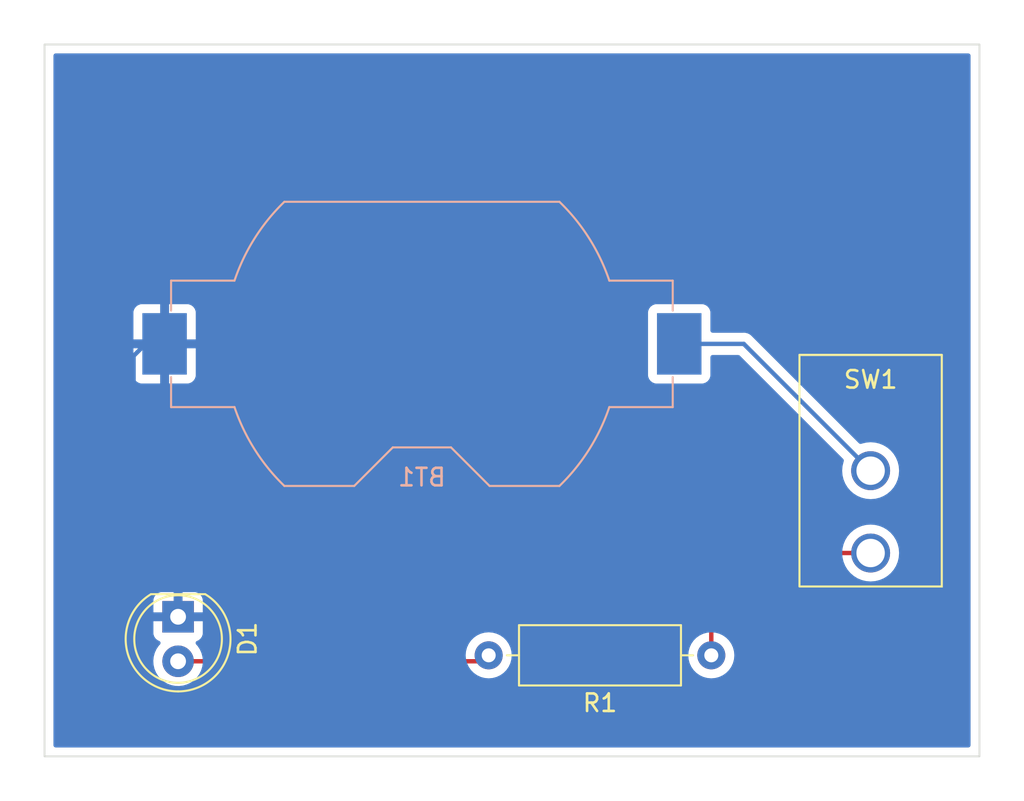
<source format=kicad_pcb>
(kicad_pcb (version 20211014) (generator pcbnew)
  (title_block (title "Getting Started in KiCad 6.0") (date "2023-04-23") (rev "0"))
  (layers (0 "F.Cu" signal) (31 "B.Cu" signal) (34 "B.Paste" user) (35 "F.Paste" user) (36 "B.SilkS" user "B.Silkscreen") (37 "F.SilkS" user "F.Silkscreen") (38 "B.Mask" user) (39 "F.Mask" user) (44 "Edge.Cuts" user))
  (net 0 "")
  (net 1 "VCC")
  (net 2 "GND")
  (net 3 "/led")
  (net 4 "Net-(BT1-Pad1)")
  (footprint "getting_started:Switch_Toggle_SPST_NKK_M2011S3A1x03" (layer "F.Cu") (at 143.65 93.29)
    (fp_text reference "SW1" (at 0 -0.5 unlocked) (layer "F.SilkS"))
    (fp_text value "M2011S3A1W03")
    (fp_rect (start 4.06 11.31) (end -4.06 -1.91) (layer "F.SilkS") (width 0.12) (fill none))
    (fp_rect (start -4.06 -1.91) (end 4.06 -1.91) (layer "F.SilkS") (width 0.12) (fill none))
    (pad "2" thru_hole circle (at 0 4.7) (size 2.22 2.22) (drill 1.62) (layers *.Cu *.Mask) (net 4 "Net-(BT1-Pad1)"))
    (pad "3" thru_hole circle (at 0 9.4) (size 2.22 2.22) (drill 1.62) (layers *.Cu *.Mask) (net 1 "VCC"))
  )
  (footprint "LED_THT:LED_D5.0mm" (layer "F.Cu") (at 104.140028 106.329984 -90)
    (fp_text reference "D1" (at 1.27 -3.96 90) (layer "F.SilkS"))
    (fp_text value "red")
    (fp_line (start -1.29 -1.545) (end -1.29 1.545) (layer "F.SilkS") (width 0.12))
    (fp_arc (start 4.26 -0.000462) (mid 2.072002 2.880433) (end -1.29 1.54483) (layer "F.SilkS") (width 0.12))
    (fp_arc (start -1.29 -1.54483) (mid 2.072002 -2.880433) (end 4.26 0.000462) (layer "F.SilkS") (width 0.12))
    (fp_circle (center 1.27 0) (end 3.77 0) (layer "F.SilkS") (width 0.12) (fill none))
    (pad "1" thru_hole rect (at 0 0 270) (size 1.8 1.8) (drill 0.9) (layers *.Cu *.Mask) (net 2 "GND"))
    (pad "2" thru_hole circle (at 2.54 0 270) (size 1.8 1.8) (drill 0.9) (layers *.Cu *.Mask) (net 3 "/led"))
  )
  (footprint "Resistor_THT:R_Axial_DIN0309_L9.0mm_D3.2mm_P12.70mm_Horizontal" (layer "F.Cu") (at 134.56 108.53 180)
    (fp_text reference "R1" (at 6.35 -2.72) (layer "F.SilkS"))
    (fp_text value "1k")
    (fp_line (start 10.97 1.72) (end 10.97 -1.72) (layer "F.SilkS") (width 0.12))
    (fp_line (start 1.73 1.72) (end 10.97 1.72) (layer "F.SilkS") (width 0.12))
    (fp_line (start 10.97 -1.72) (end 1.73 -1.72) (layer "F.SilkS") (width 0.12))
    (fp_line (start 1.04 0) (end 1.73 0) (layer "F.SilkS") (width 0.12))
    (fp_line (start 11.66 0) (end 10.97 0) (layer "F.SilkS") (width 0.12))
    (fp_line (start 1.73 -1.72) (end 1.73 1.72) (layer "F.SilkS") (width 0.12))
    (pad "1" thru_hole circle (at 0 0 180) (size 1.6 1.6) (drill 0.8) (layers *.Cu *.Mask) (net 1 "VCC"))
    (pad "2" thru_hole oval (at 12.7 0 180) (size 1.6 1.6) (drill 0.8) (layers *.Cu *.Mask) (net 3 "/led"))
  )
  (footprint "Battery:BatteryHolder_Keystone_1058_1x2032" (layer "B.Cu") (at 118.05 90.75 180)
    (fp_text reference "BT1" (at 0 -7.62) (layer "B.SilkS") (effects (justify mirror)))
    (fp_text value "3V")
    (fp_line (start 7.8473 -8.11) (end 3.86 -8.11) (layer "B.SilkS") (width 0.12))
    (fp_line (start -10.692 -3.61) (end -14.31 -3.61) (layer "B.SilkS") (width 0.12))
    (fp_line (start -14.31 1.9) (end -14.31 3.61) (layer "B.SilkS") (width 0.12))
    (fp_line (start -7.8473 8.11) (end 7.8473 8.11) (layer "B.SilkS") (width 0.12))
    (fp_line (start 10.692 3.61) (end 14.31 3.61) (layer "B.SilkS") (width 0.12))
    (fp_line (start -1.66 -5.91) (end -3.86 -8.11) (layer "B.SilkS") (width 0.12))
    (fp_line (start -14.31 3.61) (end -10.692 3.61) (layer "B.SilkS") (width 0.12))
    (fp_line (start -3.86 -8.11) (end -7.8473 -8.11) (layer "B.SilkS") (width 0.12))
    (fp_line (start 1.66 -5.91) (end 3.86 -8.11) (layer "B.SilkS") (width 0.12))
    (fp_line (start 14.31 -3.61) (end 10.692 -3.61) (layer "B.SilkS") (width 0.12))
    (fp_line (start 14.31 -1.9) (end 14.31 -3.61) (layer "B.SilkS") (width 0.12))
    (fp_line (start 1.66 -5.91) (end -1.66 -5.91) (layer "B.SilkS") (width 0.12))
    (fp_line (start -14.31 -1.9) (end -14.31 -3.61) (layer "B.SilkS") (width 0.12))
    (fp_line (start 14.31 1.9) (end 14.31 3.61) (layer "B.SilkS") (width 0.12))
    (fp_arc (start -10.692 -3.61) (mid -9.538085 -6.031245) (end -7.845371 -8.111789) (layer "B.SilkS") (width 0.12))
    (fp_arc (start -7.845371 8.111789) (mid -9.538084 6.031244) (end -10.692 3.61) (layer "B.SilkS") (width 0.12))
    (fp_arc (start 7.845371 -8.111789) (mid 9.538084 -6.031244) (end 10.692 -3.61) (layer "B.SilkS") (width 0.12))
    (fp_arc (start 10.692 3.61) (mid 9.538084 6.031244) (end 7.845371 8.111789) (layer "B.SilkS") (width 0.12))
    (pad "1" smd rect (at -14.68 0 180) (size 2.54 3.51) (layers "B.Cu" "B.Paste" "B.Mask") (net 4 "Net-(BT1-Pad1)"))
    (pad "2" smd rect (at 14.68 0 180) (size 2.54 3.51) (layers "B.Cu" "B.Paste" "B.Mask") (net 2 "GND"))
  )
  (gr_rect (start 96.52 73.66) (end 149.86 114.3) (layer "Edge.Cuts") (width 0.1) (fill none))
  (segment (start 134.56 104.2) (end 136.07 102.69) (width 0.25) (layer "F.Cu") (net 1))
  (segment (start 136.07 102.69) (end 143.65 102.69) (width 0.25) (layer "F.Cu") (net 1))
  (segment (start 134.56 108.53) (end 134.56 104.2) (width 0.25) (layer "F.Cu") (net 1))
  (segment (start 101.6 91.44) (end 102.29 90.75) (width 0.25) (layer "B.Cu") (net 2))
  (segment (start 101.6 101.6) (end 101.6 91.44) (width 0.25) (layer "B.Cu") (net 2))
  (segment (start 104.140028 106.329984) (end 104.140028 104.140028) (width 0.25) (layer "B.Cu") (net 2))
  (segment (start 104.140028 104.140028) (end 101.6 101.6) (width 0.25) (layer "B.Cu") (net 2))
  (segment (start 102.29 90.75) (end 103.37 90.75) (width 0.25) (layer "B.Cu") (net 2))
  (segment (start 121.520016 108.869984) (end 121.86 108.53) (width 0.25) (layer "F.Cu") (net 3))
  (segment (start 104.140028 108.869984) (end 121.520016 108.869984) (width 0.25) (layer "F.Cu") (net 3))
  (segment (start 136.41 90.75) (end 132.73 90.75) (width 0.25) (layer "B.Cu") (net 4))
  (segment (start 143.65 97.99) (end 136.41 90.75) (width 0.25) (layer "B.Cu") (net 4))
  (zone (net 2) (net_name "GND") (layer "B.Cu") (connect_pads (clearance 0.508)) (min_thickness 0.254) (fill yes (thermal_gap 0.508) (thermal_bridge_width 0.508))
    (polygon (pts (xy 152.4 116.84) (xy 93.98 116.84) (xy 93.98 71.12) (xy 152.4 71.12)))
  )
)
</source>
